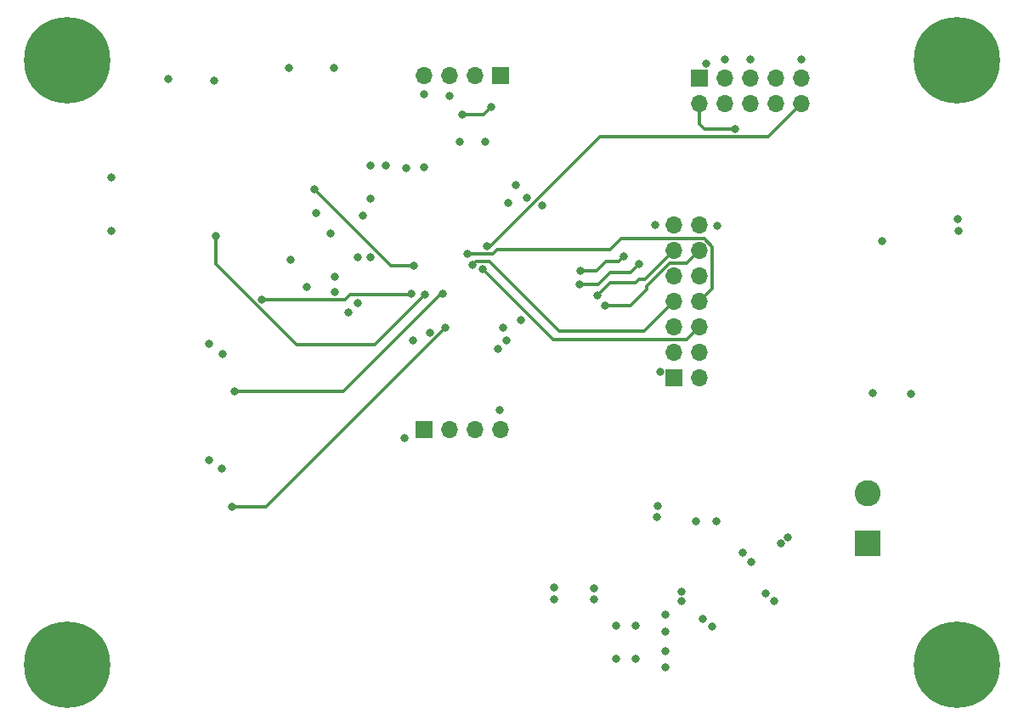
<source format=gbr>
%TF.GenerationSoftware,KiCad,Pcbnew,(6.0.9)*%
%TF.CreationDate,2022-12-02T11:09:33-06:00*%
%TF.ProjectId,First_stm32,46697273-745f-4737-946d-33322e6b6963,rev?*%
%TF.SameCoordinates,Original*%
%TF.FileFunction,Copper,L4,Bot*%
%TF.FilePolarity,Positive*%
%FSLAX46Y46*%
G04 Gerber Fmt 4.6, Leading zero omitted, Abs format (unit mm)*
G04 Created by KiCad (PCBNEW (6.0.9)) date 2022-12-02 11:09:33*
%MOMM*%
%LPD*%
G01*
G04 APERTURE LIST*
%TA.AperFunction,ComponentPad*%
%ADD10R,1.700000X1.700000*%
%TD*%
%TA.AperFunction,ComponentPad*%
%ADD11O,1.700000X1.700000*%
%TD*%
%TA.AperFunction,ComponentPad*%
%ADD12C,0.900000*%
%TD*%
%TA.AperFunction,ComponentPad*%
%ADD13C,8.600000*%
%TD*%
%TA.AperFunction,ComponentPad*%
%ADD14R,2.600000X2.600000*%
%TD*%
%TA.AperFunction,ComponentPad*%
%ADD15C,2.600000*%
%TD*%
%TA.AperFunction,ViaPad*%
%ADD16C,0.800000*%
%TD*%
%TA.AperFunction,Conductor*%
%ADD17C,0.300000*%
%TD*%
G04 APERTURE END LIST*
D10*
%TO.P,J2,1,Pin_1*%
%TO.N,+3.3V*%
X154432000Y-61976000D03*
D11*
%TO.P,J2,2,Pin_2*%
%TO.N,SWDIO*%
X154432000Y-64516000D03*
%TO.P,J2,3,Pin_3*%
%TO.N,GND*%
X156972000Y-61976000D03*
%TO.P,J2,4,Pin_4*%
%TO.N,SWCLK*%
X156972000Y-64516000D03*
%TO.P,J2,5,Pin_5*%
%TO.N,GND*%
X159512000Y-61976000D03*
%TO.P,J2,6,Pin_6*%
%TO.N,SWO*%
X159512000Y-64516000D03*
%TO.P,J2,7,Pin_7*%
%TO.N,unconnected-(J2-Pad7)*%
X162052000Y-61976000D03*
%TO.P,J2,8,Pin_8*%
%TO.N,unconnected-(J2-Pad8)*%
X162052000Y-64516000D03*
%TO.P,J2,9,Pin_9*%
%TO.N,GND*%
X164592000Y-61976000D03*
%TO.P,J2,10,Pin_10*%
%TO.N,NRST*%
X164592000Y-64516000D03*
%TD*%
D12*
%TO.P,H1,1,1*%
%TO.N,GND*%
X177805581Y-62478419D03*
X176861000Y-60198000D03*
X182366419Y-62478419D03*
X182366419Y-57917581D03*
X180086000Y-63423000D03*
X183311000Y-60198000D03*
X180086000Y-56973000D03*
X177805581Y-57917581D03*
D13*
X180086000Y-60198000D03*
%TD*%
D10*
%TO.P,J6,1,Pin_1*%
%TO.N,+3.3V*%
X151872000Y-91928000D03*
D11*
%TO.P,J6,2,Pin_2*%
%TO.N,+5V*%
X154412000Y-91928000D03*
%TO.P,J6,3,Pin_3*%
%TO.N,PIN_1*%
X151872000Y-89388000D03*
%TO.P,J6,4,Pin_4*%
%TO.N,PIN_2*%
X154412000Y-89388000D03*
%TO.P,J6,5,Pin_5*%
%TO.N,PIN_3*%
X151872000Y-86848000D03*
%TO.P,J6,6,Pin_6*%
%TO.N,PIN_4*%
X154412000Y-86848000D03*
%TO.P,J6,7,Pin_7*%
%TO.N,PIN_5*%
X151872000Y-84308000D03*
%TO.P,J6,8,Pin_8*%
%TO.N,PIN_6*%
X154412000Y-84308000D03*
%TO.P,J6,9,Pin_9*%
%TO.N,PWM_1*%
X151872000Y-81768000D03*
%TO.P,J6,10,Pin_10*%
%TO.N,PWM_2*%
X154412000Y-81768000D03*
%TO.P,J6,11,Pin_11*%
%TO.N,ANALOG_1*%
X151872000Y-79228000D03*
%TO.P,J6,12,Pin_12*%
%TO.N,ANALOG_2*%
X154412000Y-79228000D03*
%TO.P,J6,13,Pin_13*%
%TO.N,GND*%
X151872000Y-76688000D03*
%TO.P,J6,14,Pin_14*%
X154412000Y-76688000D03*
%TD*%
D12*
%TO.P,H4,1,1*%
%TO.N,GND*%
X93771219Y-122778019D03*
X94715800Y-120497600D03*
X88265800Y-120497600D03*
X89210381Y-118217181D03*
D13*
X91490800Y-120497600D03*
D12*
X93771219Y-118217181D03*
X91490800Y-123722600D03*
X91490800Y-117272600D03*
X89210381Y-122778019D03*
%TD*%
%TO.P,H3,1,1*%
%TO.N,GND*%
X180086000Y-123722600D03*
X180086000Y-117272600D03*
X183311000Y-120497600D03*
X177805581Y-122778019D03*
D13*
X180086000Y-120497600D03*
D12*
X177805581Y-118217181D03*
X176861000Y-120497600D03*
X182366419Y-122778019D03*
X182366419Y-118217181D03*
%TD*%
D14*
%TO.P,J1,1,Pin_1*%
%TO.N,+12V*%
X171204000Y-108418000D03*
D15*
%TO.P,J1,2,Pin_2*%
%TO.N,GND*%
X171204000Y-103418000D03*
%TD*%
D10*
%TO.P,J4,1,Pin_1*%
%TO.N,+3.3V*%
X127000000Y-97028000D03*
D11*
%TO.P,J4,2,Pin_2*%
%TO.N,USART3_TX*%
X129540000Y-97028000D03*
%TO.P,J4,3,Pin_3*%
%TO.N,USART3_RX*%
X132080000Y-97028000D03*
%TO.P,J4,4,Pin_4*%
%TO.N,GND*%
X134620000Y-97028000D03*
%TD*%
D10*
%TO.P,J3,1,Pin_1*%
%TO.N,I2C1_SDA*%
X134610000Y-61747000D03*
D11*
%TO.P,J3,2,Pin_2*%
%TO.N,I2C1_SCL*%
X132070000Y-61747000D03*
%TO.P,J3,3,Pin_3*%
%TO.N,+3.3V*%
X129530000Y-61747000D03*
%TO.P,J3,4,Pin_4*%
%TO.N,GND*%
X126990000Y-61747000D03*
%TD*%
D12*
%TO.P,H2,1,1*%
%TO.N,GND*%
X94715800Y-60198000D03*
X93771219Y-57917581D03*
X91490800Y-56973000D03*
X89210381Y-57917581D03*
X89210381Y-62478419D03*
D13*
X91490800Y-60198000D03*
D12*
X91490800Y-63423000D03*
X93771219Y-62478419D03*
X88265800Y-60198000D03*
%TD*%
D16*
%TO.N,GND*%
X127000000Y-63601600D03*
X95859600Y-71882000D03*
X113538000Y-61010800D03*
X161036000Y-113411000D03*
X136144000Y-72644000D03*
X154127200Y-106172000D03*
X161925000Y-114173000D03*
X136652000Y-86106000D03*
X180248000Y-77216000D03*
X115316000Y-82804000D03*
X106857800Y-100960800D03*
X121666000Y-70739000D03*
X106984800Y-89530800D03*
X162560000Y-108407200D03*
X156972000Y-60147200D03*
X137287000Y-73914000D03*
X134569200Y-95148400D03*
X95859600Y-77216000D03*
X152654000Y-113233200D03*
X105587800Y-100071800D03*
X151028400Y-120751600D03*
X150329285Y-104686715D03*
X152654000Y-114147600D03*
X134366000Y-89027000D03*
X138811000Y-74676000D03*
X105587800Y-88514800D03*
X120396000Y-84455000D03*
X101523800Y-62128400D03*
X127040500Y-70866000D03*
X135255000Y-88138000D03*
X164592000Y-60147200D03*
X151028400Y-117195600D03*
X125933200Y-88138000D03*
X116281200Y-75438000D03*
X159512000Y-60147200D03*
X172669200Y-78232000D03*
X150241000Y-105791000D03*
X158750000Y-109347000D03*
X121666000Y-74041000D03*
X121666000Y-79883000D03*
X113690400Y-80162400D03*
X150012400Y-76657200D03*
X156260800Y-76708000D03*
X159639000Y-110236000D03*
X120396000Y-79883000D03*
X151028400Y-115519200D03*
X171704000Y-93421200D03*
X119507000Y-85344000D03*
X163271200Y-107848400D03*
X156159200Y-106172000D03*
X180200498Y-76073000D03*
X151028400Y-119126000D03*
X117703600Y-77520800D03*
%TO.N,+3.3V*%
X106095800Y-62280800D03*
X133096000Y-68326000D03*
X118110000Y-81788000D03*
X118110000Y-83312000D03*
X150520400Y-91338400D03*
X129530000Y-63779400D03*
X155143200Y-60553600D03*
X125222000Y-70967600D03*
X155702000Y-116713000D03*
X120904000Y-75692000D03*
X175514000Y-93472000D03*
X134874000Y-86868000D03*
X146177000Y-119888000D03*
X127635000Y-87376000D03*
X123190000Y-70739000D03*
X125069600Y-97891600D03*
X154813000Y-115951000D03*
X140004800Y-112801400D03*
X143916400Y-112877600D03*
X118035200Y-60984000D03*
X130556000Y-68326000D03*
X148082000Y-116586000D03*
X143916400Y-113969800D03*
X148082000Y-119888000D03*
X140004800Y-113969800D03*
X135382000Y-74422000D03*
X146177000Y-116586000D03*
%TO.N,I2C1_SDA*%
X133705600Y-64871600D03*
X130860800Y-65633600D03*
%TO.N,SWITCH*%
X116052600Y-73126600D03*
X125984000Y-80752000D03*
%TO.N,NRST*%
X133235000Y-78752000D03*
%TO.N,ANALOG_1*%
X144272000Y-83693000D03*
%TO.N,ANALOG_2*%
X145034000Y-84709000D03*
%TO.N,LED_GREEN*%
X125730000Y-83501500D03*
X110859000Y-84062000D03*
%TO.N,LED_WHITE*%
X127127000Y-83566000D03*
X106299000Y-77724000D03*
%TO.N,BUTTON_1*%
X129159000Y-86868000D03*
X107873800Y-104770800D03*
%TO.N,BUTTON_2*%
X128905000Y-83501500D03*
X108127800Y-93213800D03*
%TO.N,PWM_2*%
X142494000Y-82550000D03*
X148437600Y-80543400D03*
%TO.N,PWM_1*%
X146939000Y-79756000D03*
X142557500Y-81216500D03*
%TO.N,PIN_4*%
X132842000Y-81026000D03*
%TO.N,PIN_5*%
X131826000Y-80645000D03*
%TO.N,PIN_6*%
X131318000Y-79501500D03*
%TO.N,SWDIO*%
X157988000Y-67056000D03*
%TD*%
D17*
%TO.N,I2C1_SDA*%
X130860800Y-65633600D02*
X132943600Y-65633600D01*
X132943600Y-65633600D02*
X133705600Y-64871600D01*
%TO.N,SWITCH*%
X116052600Y-73126600D02*
X123678000Y-80752000D01*
X123678000Y-80752000D02*
X125984000Y-80752000D01*
%TO.N,NRST*%
X133592000Y-78752000D02*
X144538000Y-67806000D01*
X133235000Y-78752000D02*
X133592000Y-78752000D01*
X144538000Y-67806000D02*
X161302000Y-67806000D01*
X161302000Y-67806000D02*
X164592000Y-64516000D01*
%TO.N,ANALOG_1*%
X148463000Y-82042000D02*
X149058000Y-82042000D01*
X144272000Y-83693000D02*
X145542000Y-82423000D01*
X149058000Y-82042000D02*
X151872000Y-79228000D01*
X148082000Y-82423000D02*
X148463000Y-82042000D01*
X145542000Y-82423000D02*
X148082000Y-82423000D01*
%TO.N,ANALOG_2*%
X149225000Y-82717943D02*
X151514943Y-80428000D01*
X149225000Y-83058000D02*
X149225000Y-82717943D01*
X145034000Y-84709000D02*
X147574000Y-84709000D01*
X151514943Y-80428000D02*
X153212000Y-80428000D01*
X147574000Y-84709000D02*
X149225000Y-83058000D01*
X153212000Y-80428000D02*
X154412000Y-79228000D01*
%TO.N,LED_GREEN*%
X125665500Y-83566000D02*
X119622000Y-83566000D01*
X125730000Y-83501500D02*
X125665500Y-83566000D01*
X119622000Y-83566000D02*
X119126000Y-84062000D01*
X119126000Y-84062000D02*
X110859000Y-84062000D01*
%TO.N,LED_WHITE*%
X106299000Y-80562661D02*
X114331539Y-88595200D01*
X122097800Y-88595200D02*
X127127000Y-83566000D01*
X106299000Y-77724000D02*
X106299000Y-80562661D01*
X114331539Y-88595200D02*
X122097800Y-88595200D01*
%TO.N,BUTTON_1*%
X129159000Y-86912660D02*
X129159000Y-86868000D01*
X107878000Y-104775000D02*
X107873800Y-104770800D01*
X111296660Y-104775000D02*
X129159000Y-86912660D01*
X111296660Y-104775000D02*
X107878000Y-104775000D01*
%TO.N,BUTTON_2*%
X128905000Y-83501500D02*
X128715500Y-83501500D01*
X108132000Y-93218000D02*
X108127800Y-93213800D01*
X118999000Y-93218000D02*
X108132000Y-93218000D01*
X128715500Y-83501500D02*
X118999000Y-93218000D01*
%TO.N,PWM_2*%
X145542000Y-81407000D02*
X144399000Y-82550000D01*
X144399000Y-82550000D02*
X142494000Y-82550000D01*
X147574000Y-81407000D02*
X145542000Y-81407000D01*
X148437600Y-80543400D02*
X147574000Y-81407000D01*
%TO.N,PWM_1*%
X146431000Y-80264000D02*
X146939000Y-79756000D01*
X145161000Y-80264000D02*
X146431000Y-80264000D01*
X144208500Y-81216500D02*
X145161000Y-80264000D01*
X142557500Y-81216500D02*
X144208500Y-81216500D01*
%TO.N,PIN_4*%
X153212000Y-88048000D02*
X154412000Y-86848000D01*
X132842000Y-81026000D02*
X139864000Y-88048000D01*
X139864000Y-88048000D02*
X153212000Y-88048000D01*
%TO.N,PIN_5*%
X131826000Y-80645000D02*
X132195000Y-80276000D01*
X133489000Y-80276000D02*
X140462000Y-87249000D01*
X148931000Y-87249000D02*
X151872000Y-84308000D01*
X132195000Y-80276000D02*
X133489000Y-80276000D01*
X140462000Y-87249000D02*
X148931000Y-87249000D01*
%TO.N,PIN_6*%
X145542000Y-79121000D02*
X146635000Y-78028000D01*
X134283661Y-79121000D02*
X145542000Y-79121000D01*
X133903161Y-79501500D02*
X134283661Y-79121000D01*
X154909057Y-78028000D02*
X155702000Y-78820943D01*
X155702000Y-78820943D02*
X155702000Y-83018000D01*
X131318000Y-79501500D02*
X133903161Y-79501500D01*
X146635000Y-78028000D02*
X154909057Y-78028000D01*
X155702000Y-83018000D02*
X154412000Y-84308000D01*
%TO.N,SWDIO*%
X157988000Y-67056000D02*
X154940000Y-67056000D01*
X154940000Y-67056000D02*
X154432000Y-66548000D01*
X154432000Y-66548000D02*
X154432000Y-64516000D01*
%TD*%
M02*

</source>
